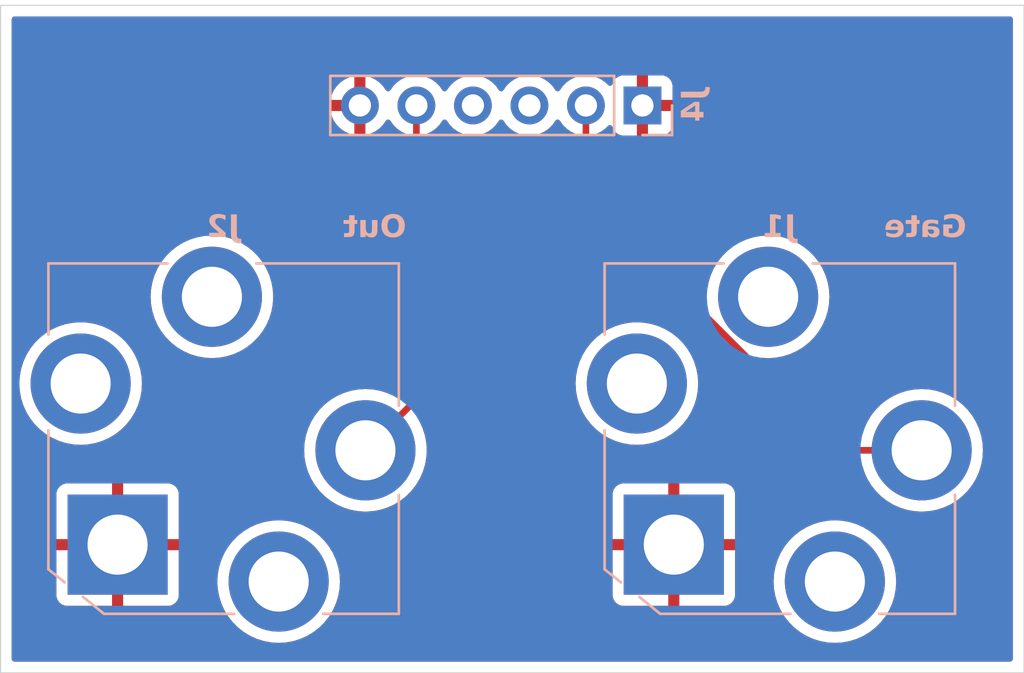
<source format=kicad_pcb>
(kicad_pcb (version 20241229) (generator "pcbnew") (generator_version "9.0")
  (layers (0 "F.Cu" signal) (2 "B.Cu" signal) (13 "F.Paste" user) (15 "B.Paste" user) (5 "F.SilkS" user "F.Silkscreen") (7 "B.SilkS" user "B.Silkscreen") (1 "F.Mask" user) (3 "B.Mask" user) (25 "Edge.Cuts" user))
  (net 0 "")
  (net 1 "GND")
  (footprint "AO_tht:Jack_6.35mm_PJ_629HAN" (layer "B.Cu") (at 161.69 104.5 180)
    (property "Reference" "J1" (at 0 9.5 0) (layer "B.SilkS") (effects (font (thickness 0.15) (bold yes)) (justify mirror)))
    (property "Value" "Gate" (at -6.56 9.5 0) (layer "B.SilkS") (effects (font (thickness 0.15) (bold yes)) (justify mirror)))
    (fp_line (start 7.85 7.9) (end 2.5 7.9) (stroke (width 0.12)) (layer "B.SilkS"))
    (fp_line (start 7.85 4.7) (end 7.85 7.9) (stroke (width 0.12)) (layer "B.SilkS"))
    (fp_line (start 7.85 -5.8) (end 7.85 0.4) (stroke (width 0.12)) (layer "B.SilkS"))
    (fp_line (start 7.85 -5.85) (end 7.85 -5.8) (stroke (width 0.12)) (layer "B.SilkS"))
    (fp_line (start 7.11 -6.44) (end 7.85 -5.85) (stroke (width 0.12)) (layer "B.SilkS"))
    (fp_line (start 5.35 -7.85) (end 6.29 -7.09) (stroke (width 0.12)) (layer "B.SilkS"))
    (fp_line (start -0.5 -7.85) (end 5.35 -7.85) (stroke (width 0.12)) (layer "B.SilkS"))
    (fp_line (start -1.5 7.9) (end -7.9 7.9) (stroke (width 0.12)) (layer "B.SilkS"))
    (fp_line (start -7.9 7.9) (end -7.9 1.5) (stroke (width 0.12)) (layer "B.SilkS"))
    (fp_line (start -7.9 -2.5) (end -7.9 -7.85) (stroke (width 0.12)) (layer "B.SilkS"))
    (fp_line (start -7.9 -7.85) (end -4.5 -7.85) (stroke (width 0.12)) (layer "B.SilkS"))
    (pad "R" thru_hole circle (at 0.5 6.4 180) (size 4.500001 4.500001) (drill 2.7) (layers "*.Cu" "*.Mask"))
    (pad "RN" thru_hole circle (at 6.4 2.5 180) (size 4.500001 4.500001) (drill 2.7) (layers "*.Cu" "*.Mask"))
    (pad "S" thru_hole rect (at 4.74 -4.74 180) (size 4.500001 4.500001) (drill 2.7) (layers "*.Cu" "*.Mask") (net 1 "GND"))
    (pad "T" thru_hole circle (at -6.4 -0.5 180) (size 4.5 4.5) (drill 2.7) (layers "*.Cu" "*.Mask"))
    (pad "TN" thru_hole circle (at -2.5 -6.4 180) (size 4.5 4.5) (drill 2.7) (layers "*.Cu" "*.Mask"))
  )
  (footprint "AO_tht:Jack_6.35mm_PJ_629HAN" (layer "B.Cu") (at 136.69 104.5 180)
    (property "Reference" "J2" (at 0 9.5 0) (layer "B.SilkS") (effects (font (thickness 0.15) (bold yes)) (justify mirror)))
    (property "Value" "Out" (at -6.81 9.5 0) (layer "B.SilkS") (effects (font (thickness 0.15) (bold yes)) (justify mirror)))
    (fp_line (start 7.85 7.9) (end 2.5 7.9) (stroke (width 0.12)) (layer "B.SilkS"))
    (fp_line (start 7.85 4.7) (end 7.85 7.9) (stroke (width 0.12)) (layer "B.SilkS"))
    (fp_line (start 7.85 -5.8) (end 7.85 0.4) (stroke (width 0.12)) (layer "B.SilkS"))
    (fp_line (start 7.85 -5.85) (end 7.85 -5.8) (stroke (width 0.12)) (layer "B.SilkS"))
    (fp_line (start 7.11 -6.44) (end 7.85 -5.85) (stroke (width 0.12)) (layer "B.SilkS"))
    (fp_line (start 5.35 -7.85) (end 6.29 -7.09) (stroke (width 0.12)) (layer "B.SilkS"))
    (fp_line (start -0.5 -7.85) (end 5.35 -7.85) (stroke (width 0.12)) (layer "B.SilkS"))
    (fp_line (start -1.5 7.9) (end -7.9 7.9) (stroke (width 0.12)) (layer "B.SilkS"))
    (fp_line (start -7.9 7.9) (end -7.9 1.5) (stroke (width 0.12)) (layer "B.SilkS"))
    (fp_line (start -7.9 -2.5) (end -7.9 -7.85) (stroke (width 0.12)) (layer "B.SilkS"))
    (fp_line (start -7.9 -7.85) (end -4.5 -7.85) (stroke (width 0.12)) (layer "B.SilkS"))
    (pad "R" thru_hole circle (at 0.5 6.4 180) (size 4.500001 4.500001) (drill 2.7) (layers "*.Cu" "*.Mask"))
    (pad "RN" thru_hole circle (at 6.4 2.5 180) (size 4.500001 4.500001) (drill 2.7) (layers "*.Cu" "*.Mask"))
    (pad "S" thru_hole rect (at 4.74 -4.74 180) (size 4.500001 4.500001) (drill 2.7) (layers "*.Cu" "*.Mask") (net 1 "GND"))
    (pad "T" thru_hole circle (at -6.4 -0.5 180) (size 4.5 4.5) (drill 2.7) (layers "*.Cu" "*.Mask"))
    (pad "TN" thru_hole circle (at -2.5 -6.4 180) (size 4.5 4.5) (drill 2.7) (layers "*.Cu" "*.Mask"))
  )
  (footprint "AO_tht:PinHeader_1x06_P2.54mm_Vertical_Centered" (layer "B.Cu") (at 149.19 89.5 90)
    (property "Reference" "J4" (at 0 8.68 90) (layer "B.SilkS") (effects (font (thickness 0.15) (bold yes)) (justify mirror)))
    (property "Value" "Conn_01x06")
    (fp_line (start -1.33 -7.68) (end 1.33 -7.68) (stroke (width 0.12)) (layer "B.SilkS"))
    (fp_line (start 1.33 5.08) (end 1.33 -7.68) (stroke (width 0.12)) (layer "B.SilkS"))
    (fp_line (start -1.33 5.08) (end -1.33 -7.68) (stroke (width 0.12)) (layer "B.SilkS"))
    (fp_line (start -1.33 5.08) (end 1.33 5.08) (stroke (width 0.12)) (layer "B.SilkS"))
    (fp_line (start -1.33 6.35) (end -1.33 7.68) (stroke (width 0.12)) (layer "B.SilkS"))
    (fp_line (start -1.33 7.68) (end 0 7.68) (stroke (width 0.12)) (layer "B.SilkS"))
    (pad "1" thru_hole rect (at 0 6.35 90) (size 1.7 1.7) (drill 1) (layers "*.Cu" "*.Mask") (net 1 "GND"))
    (pad "2" thru_hole oval (at 0 3.81 90) (size 1.7 1.7) (drill 1) (layers "*.Cu" "*.Mask"))
    (pad "3" thru_hole oval (at 0 1.27 90) (size 1.7 1.7) (drill 1) (layers "*.Cu" "*.Mask"))
    (pad "4" thru_hole oval (at 0 -1.27 90) (size 1.7 1.7) (drill 1) (layers "*.Cu" "*.Mask"))
    (pad "5" thru_hole oval (at 0 -3.81 90) (size 1.7 1.7) (drill 1) (layers "*.Cu" "*.Mask"))
    (pad "6" thru_hole oval (at 0 -6.35 90) (size 1.7 1.7) (drill 1) (layers "*.Cu" "*.Mask") (net 1 "GND"))
  )
  (gr_rect (start 126.69 85) (end 172.69 115) (stroke (width 0.05)) (fill no) (layer "Edge.Cuts"))
  (segment (start 143.09 105) (end 145.38 102.71) (width 0.3) (layer "F.Cu") (net 0))
  (segment (start 153 93.586956) (end 164.413044 105) (width 0.3) (layer "F.Cu") (net 0))
  (segment (start 164.413044 105) (end 168.09 105) (width 0.3) (layer "F.Cu") (net 0))
  (segment (start 145.38 102.71) (end 145.38 89.5) (width 0.3) (layer "F.Cu") (net 0))
  (segment (start 153 89.5) (end 153 93.586956) (width 0.3) (layer "F.Cu") (net 0))
  (zone (net 1) (net_name "GND") (layer "F.Cu") (priority 2) (connect_pads (clearance 0.5)) (min_thickness 0.25) (fill yes (thermal_gap 0.5) (thermal_bridge_width 0.5))
    (polygon (pts (xy 126.69 85) (xy 172.69 85) (xy 172.69 115) (xy 126.69 115)))
  )
  (zone (net 0) (net_name "") (layer "B.Cu") (priority 3) (connect_pads (clearance 0.5)) (min_thickness 0.25) (fill yes (thermal_gap 0.5) (thermal_bridge_width 0.5))
    (polygon (pts (xy 126.69 85) (xy 172.69 85) (xy 172.69 115) (xy 126.69 115)))
  )
)
</source>
